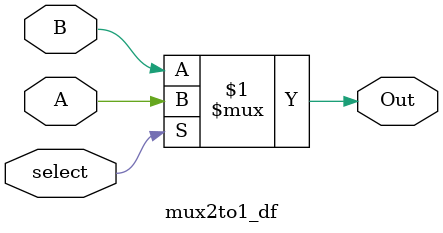
<source format=v>
module mux2to1_df(Out, A, B, select);
	output Out;
	input A, B, select;
	assign Out = select ? A : B;
endmodule
</source>
